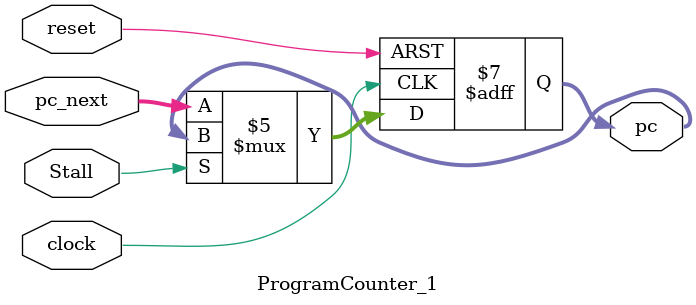
<source format=v>
module ProgramCounter_1 (
    input wire clock,
    input wire reset,
    input wire Stall,
    input wire [31:0] pc_next,
    output reg [31:0] pc
    );
    always @(posedge clock, negedge reset) begin
        if (~reset)
            pc = 0;
        else if (~Stall)
            pc = pc_next;
    end  
endmodule
</source>
